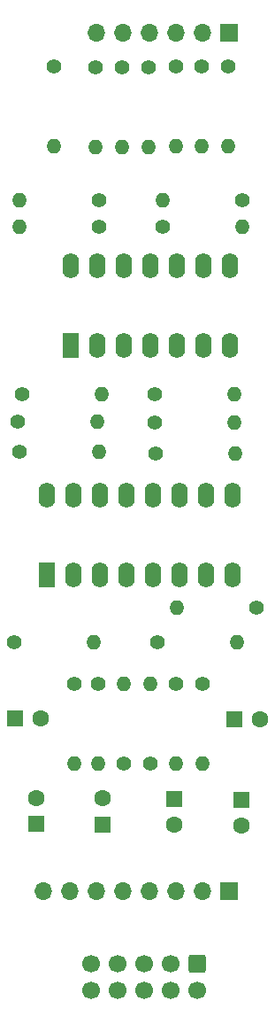
<source format=gts>
%TF.GenerationSoftware,KiCad,Pcbnew,(6.0.1)*%
%TF.CreationDate,2022-11-29T07:34:21-05:00*%
%TF.ProjectId,ER-VCA2-01,45522d56-4341-4322-9d30-312e6b696361,2*%
%TF.SameCoordinates,Original*%
%TF.FileFunction,Soldermask,Top*%
%TF.FilePolarity,Negative*%
%FSLAX46Y46*%
G04 Gerber Fmt 4.6, Leading zero omitted, Abs format (unit mm)*
G04 Created by KiCad (PCBNEW (6.0.1)) date 2022-11-29 07:34:21*
%MOMM*%
%LPD*%
G01*
G04 APERTURE LIST*
G04 Aperture macros list*
%AMRoundRect*
0 Rectangle with rounded corners*
0 $1 Rounding radius*
0 $2 $3 $4 $5 $6 $7 $8 $9 X,Y pos of 4 corners*
0 Add a 4 corners polygon primitive as box body*
4,1,4,$2,$3,$4,$5,$6,$7,$8,$9,$2,$3,0*
0 Add four circle primitives for the rounded corners*
1,1,$1+$1,$2,$3*
1,1,$1+$1,$4,$5*
1,1,$1+$1,$6,$7*
1,1,$1+$1,$8,$9*
0 Add four rect primitives between the rounded corners*
20,1,$1+$1,$2,$3,$4,$5,0*
20,1,$1+$1,$4,$5,$6,$7,0*
20,1,$1+$1,$6,$7,$8,$9,0*
20,1,$1+$1,$8,$9,$2,$3,0*%
G04 Aperture macros list end*
%ADD10C,1.400000*%
%ADD11O,1.400000X1.400000*%
%ADD12R,1.600000X2.400000*%
%ADD13O,1.600000X2.400000*%
%ADD14R,1.600000X1.600000*%
%ADD15C,1.600000*%
%ADD16RoundRect,0.250000X-0.600000X0.600000X-0.600000X-0.600000X0.600000X-0.600000X0.600000X0.600000X0*%
%ADD17C,1.700000*%
%ADD18R,1.700000X1.700000*%
%ADD19O,1.700000X1.700000*%
G04 APERTURE END LIST*
D10*
%TO.C,R16*%
X33794000Y-75148000D03*
D11*
X41414000Y-75148000D03*
%TD*%
D12*
%TO.C,U1*%
X38875000Y-67825000D03*
D13*
X41415000Y-67825000D03*
X43955000Y-67825000D03*
X46495000Y-67825000D03*
X49035000Y-67825000D03*
X51575000Y-67825000D03*
X54115000Y-67825000D03*
X54115000Y-60205000D03*
X51575000Y-60205000D03*
X49035000Y-60205000D03*
X46495000Y-60205000D03*
X43955000Y-60205000D03*
X41415000Y-60205000D03*
X38875000Y-60205000D03*
%TD*%
D12*
%TO.C,U2*%
X36625000Y-89825000D03*
D13*
X39165000Y-89825000D03*
X41705000Y-89825000D03*
X44245000Y-89825000D03*
X46785000Y-89825000D03*
X49325000Y-89825000D03*
X51865000Y-89825000D03*
X54405000Y-89825000D03*
X54405000Y-82205000D03*
X51865000Y-82205000D03*
X49325000Y-82205000D03*
X46785000Y-82205000D03*
X44245000Y-82205000D03*
X41705000Y-82205000D03*
X39165000Y-82205000D03*
X36625000Y-82205000D03*
%TD*%
D10*
%TO.C,R1*%
X37249989Y-41190012D03*
D11*
X37249989Y-48810012D03*
%TD*%
D10*
%TO.C,R20*%
X41499993Y-100189995D03*
D11*
X41499993Y-107809995D03*
%TD*%
D14*
%TO.C,C4*%
X41910000Y-113665000D03*
D15*
X41910000Y-111165000D03*
%TD*%
D10*
%TO.C,R6*%
X51435000Y-41190012D03*
D11*
X51435000Y-48810012D03*
%TD*%
D10*
%TO.C,R17*%
X33439989Y-96249998D03*
D11*
X41059989Y-96249998D03*
%TD*%
D10*
%TO.C,R3*%
X43815000Y-41275000D03*
D11*
X43815000Y-48895000D03*
%TD*%
D10*
%TO.C,R26*%
X56653989Y-92928008D03*
D11*
X49033989Y-92928008D03*
%TD*%
D10*
%TO.C,R15*%
X33939988Y-77999996D03*
D11*
X41559988Y-77999996D03*
%TD*%
D14*
%TO.C,C2*%
X33544888Y-103500000D03*
D15*
X36044888Y-103500000D03*
%TD*%
D14*
%TO.C,C3*%
X35560000Y-113600113D03*
D15*
X35560000Y-111100113D03*
%TD*%
D10*
%TO.C,R10*%
X41559988Y-56499989D03*
D11*
X33939988Y-56499989D03*
%TD*%
D10*
%TO.C,R13*%
X46939987Y-72500007D03*
D11*
X54559987Y-72500007D03*
%TD*%
D10*
%TO.C,R22*%
X46500009Y-107809995D03*
D11*
X46500009Y-100189995D03*
%TD*%
D10*
%TO.C,R9*%
X55309999Y-53999994D03*
D11*
X47689999Y-53999994D03*
%TD*%
D10*
%TO.C,R2*%
X41275000Y-41275000D03*
D11*
X41275000Y-48895000D03*
%TD*%
D10*
%TO.C,R25*%
X47002000Y-78196000D03*
D11*
X54622000Y-78196000D03*
%TD*%
D10*
%TO.C,R21*%
X43999988Y-107809995D03*
D11*
X43999988Y-100189995D03*
%TD*%
D10*
%TO.C,R12*%
X34190000Y-72500007D03*
D11*
X41810000Y-72500007D03*
%TD*%
D14*
%TO.C,C1*%
X54544888Y-103569887D03*
D15*
X57044888Y-103569887D03*
%TD*%
D10*
%TO.C,R4*%
X46355000Y-41275000D03*
D11*
X46355000Y-48895000D03*
%TD*%
D14*
%TO.C,C5*%
X48750000Y-111189888D03*
D15*
X48750000Y-113689888D03*
%TD*%
D10*
%TO.C,R11*%
X47689999Y-56499989D03*
D11*
X55309999Y-56499989D03*
%TD*%
D10*
%TO.C,R19*%
X39250010Y-100189995D03*
D11*
X39250010Y-107809995D03*
%TD*%
D10*
%TO.C,R18*%
X47190000Y-96249998D03*
D11*
X54810000Y-96249998D03*
%TD*%
D10*
%TO.C,R8*%
X41559988Y-53999994D03*
D11*
X33939988Y-53999994D03*
%TD*%
D10*
%TO.C,R24*%
X51499999Y-100189995D03*
D11*
X51499999Y-107809995D03*
%TD*%
D10*
%TO.C,R5*%
X49000004Y-41190012D03*
D11*
X49000004Y-48810012D03*
%TD*%
D14*
%TO.C,C6*%
X55250000Y-111294888D03*
D15*
X55250000Y-113794888D03*
%TD*%
D10*
%TO.C,R7*%
X53975000Y-41190012D03*
D11*
X53975000Y-48810012D03*
%TD*%
D16*
%TO.C,J2*%
X51000000Y-127000000D03*
D17*
X51000000Y-129540000D03*
X48460000Y-127000000D03*
X48460000Y-129540000D03*
X45920000Y-127000000D03*
X45920000Y-129540000D03*
X43380000Y-127000000D03*
X43380000Y-129540000D03*
X40840000Y-127000000D03*
X40840000Y-129540000D03*
%TD*%
D10*
%TO.C,R23*%
X49000004Y-100189995D03*
D11*
X49000004Y-107809995D03*
%TD*%
D10*
%TO.C,R14*%
X46939987Y-75249989D03*
D11*
X54559987Y-75249989D03*
%TD*%
D18*
%TO.C,J3*%
X54000000Y-120000000D03*
D19*
X51460000Y-120000000D03*
X48920000Y-120000000D03*
X46380000Y-120000000D03*
X43840000Y-120000000D03*
X41300000Y-120000000D03*
X38760000Y-120000000D03*
X36220000Y-120000000D03*
%TD*%
D18*
%TO.C,J1*%
X54000000Y-38000000D03*
D19*
X51460000Y-38000000D03*
X48920000Y-38000000D03*
X46380000Y-38000000D03*
X43840000Y-38000000D03*
X41300000Y-38000000D03*
%TD*%
M02*

</source>
